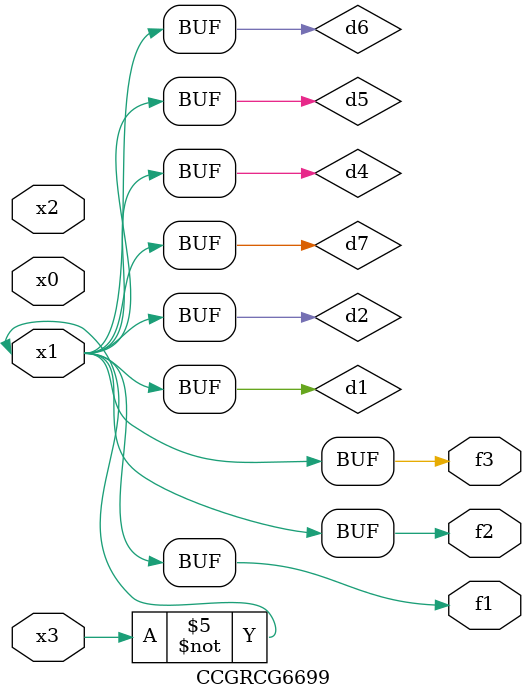
<source format=v>
module CCGRCG6699(
	input x0, x1, x2, x3,
	output f1, f2, f3
);

	wire d1, d2, d3, d4, d5, d6, d7;

	not (d1, x3);
	buf (d2, x1);
	xnor (d3, d1, d2);
	nor (d4, d1);
	buf (d5, d1, d2);
	buf (d6, d4, d5);
	nand (d7, d4);
	assign f1 = d6;
	assign f2 = d7;
	assign f3 = d6;
endmodule

</source>
